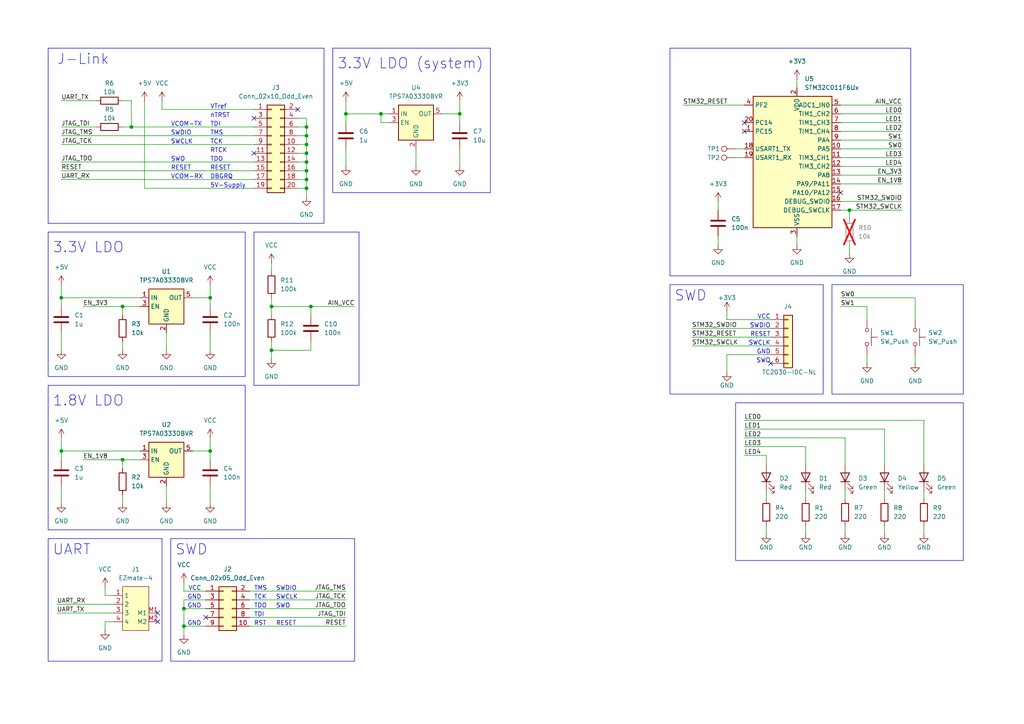
<source format=kicad_sch>
(kicad_sch (version 20231120) (generator "eeschema") (generator_version "8.0")
  (paper "A4")
  (lib_symbols
    (symbol "Connector:TestPoint" (pin_numbers hide) (pin_names (offset 0.762) hide)
      (property "Reference" "TP" (at 0 6.858 0))
      (property "Value" "TestPoint" (at 0 5.08 0))
      (symbol "TestPoint_0_1"
        (circle (center 0 3.302) (radius 0.762))
      )
      (symbol "TestPoint_1_1"
        (pin passive line (at 0 0 90) (length 2.54) (name "1") (number "1"))
      )
    )
    (symbol "Connector_Generic:Conn_01x06" (pin_names (offset 1.016) hide)
      (property "Reference" "J" (at 0 7.62 0))
      (property "Value" "Conn_01x06" (at 0 -10.16 0))
      (symbol "Conn_01x06_1_1"
        (rectangle (start -1.27 -7.493) (end 0 -7.747) (stroke (width 0.1524)))
        (rectangle (start -1.27 -4.953) (end 0 -5.207) (stroke (width 0.1524)))
        (rectangle (start -1.27 -2.413) (end 0 -2.667) (stroke (width 0.1524)))
        (rectangle (start -1.27 0.127) (end 0 -0.127) (stroke (width 0.1524)))
        (rectangle (start -1.27 2.667) (end 0 2.413) (stroke (width 0.1524)))
        (rectangle (start -1.27 5.207) (end 0 4.953) (stroke (width 0.1524)))
        (rectangle (start -1.27 6.35) (end 1.27 -8.89) (stroke (width 0.254)) (fill (type background)))
        (pin passive line (at -5.08 5.08 0) (length 3.81) (name "Pin_1") (number "1"))
        (pin passive line (at -5.08 2.54 0) (length 3.81) (name "Pin_2") (number "2"))
        (pin passive line (at -5.08 0 0) (length 3.81) (name "Pin_3") (number "3"))
        (pin passive line (at -5.08 -2.54 0) (length 3.81) (name "Pin_4") (number "4"))
        (pin passive line (at -5.08 -5.08 0) (length 3.81) (name "Pin_5") (number "5"))
        (pin passive line (at -5.08 -7.62 0) (length 3.81) (name "Pin_6") (number "6"))
      )
    )
    (symbol "Connector_Generic:Conn_02x05_Odd_Even" (pin_names (offset 1.016) hide)
      (property "Reference" "J" (at 1.27 7.62 0))
      (property "Value" "Conn_02x05_Odd_Even" (at 1.27 -7.62 0))
      (symbol "Conn_02x05_Odd_Even_1_1"
        (rectangle (start -1.27 -4.953) (end 0 -5.207) (stroke (width 0.1524)))
        (rectangle (start -1.27 -2.413) (end 0 -2.667) (stroke (width 0.1524)))
        (rectangle (start -1.27 0.127) (end 0 -0.127) (stroke (width 0.1524)))
        (rectangle (start -1.27 2.667) (end 0 2.413) (stroke (width 0.1524)))
        (rectangle (start -1.27 5.207) (end 0 4.953) (stroke (width 0.1524)))
        (rectangle (start -1.27 6.35) (end 3.81 -6.35) (stroke (width 0.254)) (fill (type background)))
        (rectangle (start 3.81 -4.953) (end 2.54 -5.207) (stroke (width 0.1524)))
        (rectangle (start 3.81 -2.413) (end 2.54 -2.667) (stroke (width 0.1524)))
        (rectangle (start 3.81 0.127) (end 2.54 -0.127) (stroke (width 0.1524)))
        (rectangle (start 3.81 2.667) (end 2.54 2.413) (stroke (width 0.1524)))
        (rectangle (start 3.81 5.207) (end 2.54 4.953) (stroke (width 0.1524)))
        (pin passive line (at -5.08 5.08 0) (length 3.81) (name "Pin_1") (number "1"))
        (pin passive line (at 7.62 -5.08 180) (length 3.81) (name "Pin_10") (number "10"))
        (pin passive line (at 7.62 5.08 180) (length 3.81) (name "Pin_2") (number "2"))
        (pin passive line (at -5.08 2.54 0) (length 3.81) (name "Pin_3") (number "3"))
        (pin passive line (at 7.62 2.54 180) (length 3.81) (name "Pin_4") (number "4"))
        (pin passive line (at -5.08 0 0) (length 3.81) (name "Pin_5") (number "5"))
        (pin passive line (at 7.62 0 180) (length 3.81) (name "Pin_6") (number "6"))
        (pin passive line (at -5.08 -2.54 0) (length 3.81) (name "Pin_7") (number "7"))
        (pin passive line (at 7.62 -2.54 180) (length 3.81) (name "Pin_8") (number "8"))
        (pin passive line (at -5.08 -5.08 0) (length 3.81) (name "Pin_9") (number "9"))
      )
    )
    (symbol "Connector_Generic:Conn_02x10_Odd_Even" (pin_names (offset 1.016) hide)
      (property "Reference" "J" (at 1.27 12.7 0))
      (property "Value" "Conn_02x10_Odd_Even" (at 1.27 -15.24 0))
      (symbol "Conn_02x10_Odd_Even_1_1"
        (rectangle (start -1.27 -12.573) (end 0 -12.827) (stroke (width 0.1524)))
        (rectangle (start -1.27 -10.033) (end 0 -10.287) (stroke (width 0.1524)))
        (rectangle (start -1.27 -7.493) (end 0 -7.747) (stroke (width 0.1524)))
        (rectangle (start -1.27 -4.953) (end 0 -5.207) (stroke (width 0.1524)))
        (rectangle (start -1.27 -2.413) (end 0 -2.667) (stroke (width 0.1524)))
        (rectangle (start -1.27 0.127) (end 0 -0.127) (stroke (width 0.1524)))
        (rectangle (start -1.27 2.667) (end 0 2.413) (stroke (width 0.1524)))
        (rectangle (start -1.27 5.207) (end 0 4.953) (stroke (width 0.1524)))
        (rectangle (start -1.27 7.747) (end 0 7.493) (stroke (width 0.1524)))
        (rectangle (start -1.27 10.287) (end 0 10.033) (stroke (width 0.1524)))
        (rectangle (start -1.27 11.43) (end 3.81 -13.97) (stroke (width 0.254)) (fill (type background)))
        (rectangle (start 3.81 -12.573) (end 2.54 -12.827) (stroke (width 0.1524)))
        (rectangle (start 3.81 -10.033) (end 2.54 -10.287) (stroke (width 0.1524)))
        (rectangle (start 3.81 -7.493) (end 2.54 -7.747) (stroke (width 0.1524)))
        (rectangle (start 3.81 -4.953) (end 2.54 -5.207) (stroke (width 0.1524)))
        (rectangle (start 3.81 -2.413) (end 2.54 -2.667) (stroke (width 0.1524)))
        (rectangle (start 3.81 0.127) (end 2.54 -0.127) (stroke (width 0.1524)))
        (rectangle (start 3.81 2.667) (end 2.54 2.413) (stroke (width 0.1524)))
        (rectangle (start 3.81 5.207) (end 2.54 4.953) (stroke (width 0.1524)))
        (rectangle (start 3.81 7.747) (end 2.54 7.493) (stroke (width 0.1524)))
        (rectangle (start 3.81 10.287) (end 2.54 10.033) (stroke (width 0.1524)))
        (pin passive line (at -5.08 10.16 0) (length 3.81) (name "Pin_1") (number "1"))
        (pin passive line (at 7.62 0 180) (length 3.81) (name "Pin_10") (number "10"))
        (pin passive line (at -5.08 -2.54 0) (length 3.81) (name "Pin_11") (number "11"))
        (pin passive line (at 7.62 -2.54 180) (length 3.81) (name "Pin_12") (number "12"))
        (pin passive line (at -5.08 -5.08 0) (length 3.81) (name "Pin_13") (number "13"))
        (pin passive line (at 7.62 -5.08 180) (length 3.81) (name "Pin_14") (number "14"))
        (pin passive line (at -5.08 -7.62 0) (length 3.81) (name "Pin_15") (number "15"))
        (pin passive line (at 7.62 -7.62 180) (length 3.81) (name "Pin_16") (number "16"))
        (pin passive line (at -5.08 -10.16 0) (length 3.81) (name "Pin_17") (number "17"))
        (pin passive line (at 7.62 -10.16 180) (length 3.81) (name "Pin_18") (number "18"))
        (pin passive line (at -5.08 -12.7 0) (length 3.81) (name "Pin_19") (number "19"))
        (pin passive line (at 7.62 10.16 180) (length 3.81) (name "Pin_2") (number "2"))
        (pin passive line (at 7.62 -12.7 180) (length 3.81) (name "Pin_20") (number "20"))
        (pin passive line (at -5.08 7.62 0) (length 3.81) (name "Pin_3") (number "3"))
        (pin passive line (at 7.62 7.62 180) (length 3.81) (name "Pin_4") (number "4"))
        (pin passive line (at -5.08 5.08 0) (length 3.81) (name "Pin_5") (number "5"))
        (pin passive line (at 7.62 5.08 180) (length 3.81) (name "Pin_6") (number "6"))
        (pin passive line (at -5.08 2.54 0) (length 3.81) (name "Pin_7") (number "7"))
        (pin passive line (at 7.62 2.54 180) (length 3.81) (name "Pin_8") (number "8"))
        (pin passive line (at -5.08 0 0) (length 3.81) (name "Pin_9") (number "9"))
      )
    )
    (symbol "Device:C" (pin_numbers hide) (pin_names (offset 0.254))
      (property "Reference" "C" (at 0.635 2.54 0))
      (property "Value" "C" (at 0.635 -2.54 0))
      (symbol "C_0_1"
        (polyline (pts (xy -2.032 -0.762) (xy 2.032 -0.762)) (stroke (width 0.508)))
        (polyline (pts (xy -2.032 0.762) (xy 2.032 0.762)) (stroke (width 0.508)))
      )
      (symbol "C_1_1"
        (pin passive line (at 0 3.81 270) (length 2.794) (name "~") (number "1"))
        (pin passive line (at 0 -3.81 90) (length 2.794) (name "~") (number "2"))
      )
    )
    (symbol "Device:LED" (pin_numbers hide) (pin_names (offset 1.016) hide)
      (property "Reference" "D" (at 0 2.54 0))
      (property "Value" "LED" (at 0 -2.54 0))
      (symbol "LED_0_1"
        (polyline (pts (xy -1.27 -1.27) (xy -1.27 1.27)) (stroke (width 0.254)))
        (polyline (pts (xy -1.27 0) (xy 1.27 0)))
        (polyline (pts (xy 1.27 -1.27) (xy 1.27 1.27) (xy -1.27 0) (xy 1.27 -1.27)) (stroke (width 0.254)))
        (polyline (pts (xy -3.048 -0.762) (xy -4.572 -2.286) (xy -3.81 -2.286) (xy -4.572 -2.286) (xy -4.572 -1.524)))
        (polyline (pts (xy -1.778 -0.762) (xy -3.302 -2.286) (xy -2.54 -2.286) (xy -3.302 -2.286) (xy -3.302 -1.524)))
      )
      (symbol "LED_1_1"
        (pin passive line (at -3.81 0 0) (length 2.54) (name "K") (number "1"))
        (pin passive line (at 3.81 0 180) (length 2.54) (name "A") (number "2"))
      )
    )
    (symbol "Device:R" (pin_numbers hide) (pin_names (offset 0))
      (property "Reference" "R" (at 2.032 0 90))
      (property "Value" "R" (at 0 0 90))
      (symbol "R_0_1"
        (rectangle (start -1.016 -2.54) (end 1.016 2.54) (stroke (width 0.254)))
      )
      (symbol "R_1_1"
        (pin passive line (at 0 3.81 270) (length 1.27) (name "~") (number "1"))
        (pin passive line (at 0 -3.81 90) (length 1.27) (name "~") (number "2"))
      )
    )
    (symbol "MCU_ST_STM32C0:STM32C011F6Ux"
      (property "Reference" "U" (at -10.16 21.59 0))
      (property "Value" "STM32C011F6Ux" (at 5.08 21.59 0))
      (symbol "STM32C011F6Ux_0_1"
        (rectangle (start -10.16 -17.78) (end 12.7 20.32) (stroke (width 0.254)) (fill (type background)))
      )
      (symbol "STM32C011F6Ux_1_1"
        (pin bidirectional line (at -12.7 10.16 0) (length 2.54) (name "PC15") (number "1"))
        (pin bidirectional line (at 15.24 5.08 180) (length 2.54) (name "PA5") (number "10"))
        (pin bidirectional line (at 15.24 2.54 180) (length 2.54) (name "PA6") (number "11") (alternate "TIM3_CH1" bidirectional line))
        (pin bidirectional line (at 15.24 0 180) (length 2.54) (name "PA7") (number "12") (alternate "TIM3_CH2" bidirectional line))
        (pin bidirectional line (at 15.24 -2.54 180) (length 2.54) (name "PA8") (number "13") (alternate "USART1_RX" bidirectional line))
        (pin bidirectional line (at 15.24 -5.08 180) (length 2.54) (name "PA9/PA11") (number "14") (alternate "TIM1_CH2" bidirectional line) (alternate "USART1_TX" bidirectional line))
        (pin bidirectional line (at 15.24 -7.62 180) (length 2.54) (name "PA10/PA12") (number "15") (alternate "TIM1_CH3" bidirectional line) (alternate "USART1_RX" bidirectional line))
        (pin bidirectional line (at 15.24 -10.16 180) (length 2.54) (name "PA13") (number "16") (alternate "DEBUG_SWDIO" bidirectional line))
        (pin bidirectional line (at 15.24 -12.7 180) (length 2.54) (name "PA14") (number "17") (alternate "DEBUG_SWCLK" bidirectional line))
        (pin bidirectional line (at -12.7 5.08 0) (length 2.54) (name "PB6") (number "18") (alternate "TIM1_CH2" bidirectional line) (alternate "TIM1_CH3" bidirectional line) (alternate "TIM3_CH1" bidirectional line) (alternate "TIM3_CH2" bidirectional line) (alternate "USART1_TX" bidirectional line))
        (pin bidirectional line (at -12.7 2.54 0) (length 2.54) (name "PB7") (number "19") (alternate "TIM1_CH4" bidirectional line) (alternate "TIM3_CH1" bidirectional line) (alternate "USART1_RX" bidirectional line))
        (pin power_in line (at 2.54 22.86 270) (length 2.54) (name "VDD") (number "2"))
        (pin bidirectional line (at -12.7 12.7 0) (length 2.54) (name "PC14") (number "20") (alternate "TIM3_CH2" bidirectional line) (alternate "USART1_TX" bidirectional line))
        (pin power_in line (at 2.54 -20.32 90) (length 2.54) (name "VSS") (number "3"))
        (pin bidirectional line (at -12.7 17.78 0) (length 2.54) (name "PF2") (number "4") (alternate "TIM1_CH4" bidirectional line))
        (pin bidirectional line (at 15.24 17.78 180) (length 2.54) (name "PA0") (number "5") (alternate "ADC1_IN0" bidirectional line) (alternate "USART1_TX" bidirectional line))
        (pin bidirectional line (at 15.24 15.24 180) (length 2.54) (name "PA1") (number "6") (alternate "TIM1_CH2" bidirectional line) (alternate "USART1_RX" bidirectional line))
        (pin bidirectional line (at 15.24 12.7 180) (length 2.54) (name "PA2") (number "7") (alternate "TIM1_CH3" bidirectional line))
        (pin bidirectional line (at 15.24 10.16 180) (length 2.54) (name "PA3") (number "8") (alternate "TIM1_CH4" bidirectional line))
        (pin bidirectional line (at 15.24 7.62 180) (length 2.54) (name "PA4") (number "9"))
      )
    )
    (symbol "Regulator_Linear:TPS7A0508PDBV"
      (property "Reference" "U" (at -3.81 6.35 0))
      (property "Value" "TPS7A0508PDBV" (at 6.35 6.35 0))
      (symbol "TPS7A0508PDBV_0_1"
        (rectangle (start -5.08 -5.08) (end 5.08 5.08) (stroke (width 0.254)) (fill (type background)))
        (pin power_in line (at -7.62 2.54 0) (length 2.54) (name "IN") (number "1"))
        (pin power_in line (at 0 -7.62 90) (length 2.54) (name "GND") (number "2"))
        (pin input line (at -7.62 0 0) (length 2.54) (name "EN") (number "3"))
        (pin no_connect line (at 5.08 0 180) (length 2.54) hide (name "NC") (number "4"))
        (pin power_out line (at 7.62 2.54 180) (length 2.54) (name "OUT") (number "5"))
      )
    )
    (symbol "Switch:SW_Push" (pin_numbers hide) (pin_names (offset 1.016) hide)
      (property "Reference" "SW" (at 1.27 2.54 0))
      (property "Value" "SW_Push" (at 0 -1.524 0))
      (symbol "SW_Push_0_1"
        (circle (center -2.032 0) (radius 0.508))
        (polyline (pts (xy 0 1.27) (xy 0 3.048)))
        (polyline (pts (xy 2.54 1.27) (xy -2.54 1.27)))
        (circle (center 2.032 0) (radius 0.508))
        (pin passive line (at -5.08 0 0) (length 2.54) (name "1") (number "1"))
        (pin passive line (at 5.08 0 180) (length 2.54) (name "2") (number "2"))
      )
    )
    (symbol "balto:EZmate-4"
      (property "Reference" "J" (at 0 7.62 0))
      (property "Value" "EZmate-4" (at 0 -7.62 0))
      (symbol "EZmate-4_0_1"
        (rectangle (start -3.81 6.35) (end 3.81 -6.35) (fill (type background)))
      )
      (symbol "EZmate-4_1_1"
        (pin passive line (at -6.35 3.81 0) (length 2.54) (name "1") (number "1"))
        (pin passive line (at -6.35 1.27 0) (length 2.54) (name "2") (number "2"))
        (pin passive line (at -6.35 -1.27 0) (length 2.54) (name "3") (number "3"))
        (pin passive line (at -6.35 -3.81 0) (length 2.54) (name "4") (number "4"))
        (pin passive line (at 6.35 -1.27 180) (length 2.54) (name "M1") (number "M1"))
        (pin passive line (at 6.35 -3.81 180) (length 2.54) (name "M2") (number "M2"))
      )
    )
    (symbol "power:+3V3" (power) (pin_numbers hide) (pin_names (offset 0) hide)
      (property "Value" "+3V3" (at 0 3.556 0))
      (symbol "+3V3_0_1"
        (polyline (pts (xy -0.762 1.27) (xy 0 2.54)))
        (polyline (pts (xy 0 0) (xy 0 2.54)))
        (polyline (pts (xy 0 2.54) (xy 0.762 1.27)))
      )
      (symbol "+3V3_1_1"
        (pin power_in line (at 0 0 90) (length 0) (name "~") (number "1"))
      )
    )
    (symbol "power:+5V" (power) (pin_numbers hide) (pin_names (offset 0) hide)
      (property "Value" "+5V" (at 0 3.556 0))
      (symbol "+5V_0_1"
        (polyline (pts (xy -0.762 1.27) (xy 0 2.54)))
        (polyline (pts (xy 0 0) (xy 0 2.54)))
        (polyline (pts (xy 0 2.54) (xy 0.762 1.27)))
      )
      (symbol "+5V_1_1"
        (pin power_in line (at 0 0 90) (length 0) (name "~") (number "1"))
      )
    )
    (symbol "power:GND" (power) (pin_numbers hide) (pin_names (offset 0) hide)
      (property "Value" "GND" (at 0 -3.81 0))
      (symbol "GND_0_1"
        (polyline (pts (xy 0 0) (xy 0 -1.27) (xy 1.27 -1.27) (xy 0 -2.54) (xy -1.27 -1.27) (xy 0 -1.27)))
      )
      (symbol "GND_1_1"
        (pin power_in line (at 0 0 270) (length 0) (name "~") (number "1"))
      )
    )
    (symbol "power:VCC" (power) (pin_numbers hide) (pin_names (offset 0) hide)
      (property "Value" "VCC" (at 0 3.556 0))
      (symbol "VCC_0_1"
        (polyline (pts (xy -0.762 1.27) (xy 0 2.54)))
        (polyline (pts (xy 0 0) (xy 0 2.54)))
        (polyline (pts (xy 0 2.54) (xy 0.762 1.27)))
      )
      (symbol "VCC_1_1"
        (pin power_in line (at 0 0 90) (length 0) (name "~") (number "1"))
      )
    )
  )
  (junction (at 53.34 176.53))
  (junction (at 38.1 36.83))
  (junction (at 88.9 44.45))
  (junction (at 88.9 36.83))
  (junction (at 17.78 86.36))
  (junction (at 100.33 33.02))
  (junction (at 88.9 39.37))
  (junction (at 35.56 88.9))
  (junction (at 88.9 52.07))
  (junction (at 60.96 130.81))
  (junction (at 90.17 88.9))
  (junction (at 53.34 181.61))
  (junction (at 246.38 60.96))
  (junction (at 88.9 49.53))
  (junction (at 88.9 41.91))
  (junction (at 78.74 101.6))
  (junction (at 88.9 54.61))
  (junction (at 35.56 133.35))
  (junction (at 133.35 33.02))
  (junction (at 78.74 88.9))
  (junction (at 17.78 130.81))
  (junction (at 88.9 46.99))
  (junction (at 60.96 86.36))
  (junction (at 110.49 33.02))
  (no_connect (at 215.9 38.1))
  (no_connect (at 215.9 35.56))
  (no_connect (at 45.72 180.34))
  (no_connect (at 223.52 105.41))
  (no_connect (at 59.69 179.07))
  (no_connect (at 73.66 44.45))
  (no_connect (at 86.36 31.75))
  (no_connect (at 243.84 55.88))
  (no_connect (at 45.72 177.8))
  (no_connect (at 73.66 34.29))
  (wire (pts (xy 53.34 173.99) (xy 53.34 176.53)))
  (wire (pts (xy 233.68 142.24) (xy 233.68 144.78)))
  (wire (pts (xy 60.96 96.52) (xy 60.96 101.6)))
  (wire (pts (xy 222.25 132.08) (xy 222.25 134.62)))
  (wire (pts (xy 35.56 88.9) (xy 35.56 91.44)))
  (wire (pts (xy 88.9 34.29) (xy 88.9 36.83)))
  (wire (pts (xy 222.25 142.24) (xy 222.25 144.78)))
  (wire (pts (xy 86.36 39.37) (xy 88.9 39.37)))
  (wire (pts (xy 265.43 86.36) (xy 265.43 92.71)))
  (wire (pts (xy 243.84 53.34) (xy 261.62 53.34)))
  (wire (pts (xy 110.49 33.02) (xy 110.49 35.56)))
  (wire (pts (xy 59.69 173.99) (xy 53.34 173.99)))
  (wire (pts (xy 245.11 142.24) (xy 245.11 144.78)))
  (wire (pts (xy 17.78 39.37) (xy 73.66 39.37)))
  (wire (pts (xy 265.43 102.87) (xy 265.43 105.41)))
  (wire (pts (xy 17.78 86.36) (xy 17.78 82.55)))
  (wire (pts (xy 256.54 152.4) (xy 256.54 154.94)))
  (wire (pts (xy 215.9 124.46) (xy 256.54 124.46)))
  (wire (pts (xy 78.74 99.06) (xy 78.74 101.6)))
  (wire (pts (xy 86.36 36.83) (xy 88.9 36.83)))
  (wire (pts (xy 267.97 152.4) (xy 267.97 154.94)))
  (wire (pts (xy 100.33 33.02) (xy 110.49 33.02)))
  (wire (pts (xy 60.96 140.97) (xy 60.96 146.05)))
  (wire (pts (xy 233.68 152.4) (xy 233.68 154.94)))
  (wire (pts (xy 243.84 60.96) (xy 246.38 60.96)))
  (wire (pts (xy 88.9 41.91) (xy 88.9 44.45)))
  (wire (pts (xy 100.33 33.02) (xy 100.33 35.56)))
  (wire (pts (xy 251.46 88.9) (xy 251.46 92.71)))
  (wire (pts (xy 213.36 45.72) (xy 215.9 45.72)))
  (wire (pts (xy 46.99 29.21) (xy 46.99 31.75)))
  (wire (pts (xy 213.36 43.18) (xy 215.9 43.18)))
  (wire (pts (xy 90.17 88.9) (xy 90.17 91.44)))
  (wire (pts (xy 72.39 181.61) (xy 100.33 181.61)))
  (wire (pts (xy 100.33 43.18) (xy 100.33 48.26)))
  (wire (pts (xy 53.34 176.53) (xy 59.69 176.53)))
  (wire (pts (xy 200.66 95.25) (xy 223.52 95.25)))
  (wire (pts (xy 17.78 29.21) (xy 27.94 29.21)))
  (wire (pts (xy 267.97 142.24) (xy 267.97 144.78)))
  (wire (pts (xy 48.26 140.97) (xy 48.26 146.05)))
  (wire (pts (xy 100.33 173.99) (xy 72.39 173.99)))
  (wire (pts (xy 100.33 171.45) (xy 72.39 171.45)))
  (wire (pts (xy 48.26 96.52) (xy 48.26 101.6)))
  (wire (pts (xy 35.56 36.83) (xy 38.1 36.83)))
  (wire (pts (xy 38.1 36.83) (xy 73.66 36.83)))
  (wire (pts (xy 243.84 40.64) (xy 261.62 40.64)))
  (wire (pts (xy 128.27 33.02) (xy 133.35 33.02)))
  (wire (pts (xy 215.9 127) (xy 245.11 127)))
  (wire (pts (xy 35.56 29.21) (xy 38.1 29.21)))
  (wire (pts (xy 246.38 71.12) (xy 246.38 73.66)))
  (wire (pts (xy 17.78 130.81) (xy 40.64 130.81)))
  (wire (pts (xy 120.65 43.18) (xy 120.65 48.26)))
  (wire (pts (xy 231.14 22.86) (xy 231.14 25.4)))
  (wire (pts (xy 133.35 29.21) (xy 133.35 33.02)))
  (wire (pts (xy 215.9 121.92) (xy 267.97 121.92)))
  (wire (pts (xy 35.56 133.35) (xy 40.64 133.35)))
  (wire (pts (xy 86.36 49.53) (xy 88.9 49.53)))
  (wire (pts (xy 35.56 133.35) (xy 35.56 135.89)))
  (wire (pts (xy 243.84 30.48) (xy 261.62 30.48)))
  (wire (pts (xy 41.91 29.21) (xy 41.91 54.61)))
  (wire (pts (xy 17.78 86.36) (xy 17.78 88.9)))
  (wire (pts (xy 223.52 92.71) (xy 210.82 92.71)))
  (wire (pts (xy 133.35 43.18) (xy 133.35 48.26)))
  (wire (pts (xy 78.74 88.9) (xy 90.17 88.9)))
  (wire (pts (xy 246.38 60.96) (xy 246.38 63.5)))
  (wire (pts (xy 17.78 41.91) (xy 73.66 41.91)))
  (wire (pts (xy 60.96 127) (xy 60.96 130.81)))
  (wire (pts (xy 110.49 35.56) (xy 113.03 35.56)))
  (wire (pts (xy 17.78 140.97) (xy 17.78 146.05)))
  (wire (pts (xy 243.84 50.8) (xy 261.62 50.8)))
  (wire (pts (xy 78.74 101.6) (xy 90.17 101.6)))
  (wire (pts (xy 17.78 130.81) (xy 17.78 127)))
  (wire (pts (xy 88.9 49.53) (xy 88.9 52.07)))
  (wire (pts (xy 55.88 86.36) (xy 60.96 86.36)))
  (wire (pts (xy 46.99 31.75) (xy 73.66 31.75)))
  (wire (pts (xy 88.9 34.29) (xy 86.36 34.29)))
  (wire (pts (xy 86.36 46.99) (xy 88.9 46.99)))
  (wire (pts (xy 24.13 88.9) (xy 35.56 88.9)))
  (wire (pts (xy 17.78 96.52) (xy 17.78 101.6)))
  (wire (pts (xy 88.9 39.37) (xy 88.9 41.91)))
  (wire (pts (xy 243.84 35.56) (xy 261.62 35.56)))
  (wire (pts (xy 200.66 97.79) (xy 223.52 97.79)))
  (wire (pts (xy 208.28 58.42) (xy 208.28 60.96)))
  (wire (pts (xy 78.74 88.9) (xy 78.74 91.44)))
  (wire (pts (xy 215.9 132.08) (xy 222.25 132.08)))
  (wire (pts (xy 210.82 92.71) (xy 210.82 90.17)))
  (wire (pts (xy 90.17 88.9) (xy 102.87 88.9)))
  (wire (pts (xy 59.69 181.61) (xy 53.34 181.61)))
  (wire (pts (xy 198.12 30.48) (xy 215.9 30.48)))
  (wire (pts (xy 267.97 121.92) (xy 267.97 134.62)))
  (wire (pts (xy 208.28 68.58) (xy 208.28 71.12)))
  (wire (pts (xy 88.9 54.61) (xy 88.9 57.15)))
  (wire (pts (xy 55.88 130.81) (xy 60.96 130.81)))
  (wire (pts (xy 90.17 101.6) (xy 90.17 99.06)))
  (wire (pts (xy 24.13 133.35) (xy 35.56 133.35)))
  (wire (pts (xy 233.68 129.54) (xy 233.68 134.62)))
  (wire (pts (xy 86.36 54.61) (xy 88.9 54.61)))
  (wire (pts (xy 60.96 86.36) (xy 60.96 88.9)))
  (wire (pts (xy 88.9 44.45) (xy 88.9 46.99)))
  (wire (pts (xy 243.84 86.36) (xy 265.43 86.36)))
  (wire (pts (xy 72.39 179.07) (xy 100.33 179.07)))
  (wire (pts (xy 60.96 82.55) (xy 60.96 86.36)))
  (wire (pts (xy 256.54 124.46) (xy 256.54 134.62)))
  (wire (pts (xy 35.56 143.51) (xy 35.56 146.05)))
  (wire (pts (xy 60.96 130.81) (xy 60.96 133.35)))
  (wire (pts (xy 59.69 171.45) (xy 53.34 171.45)))
  (wire (pts (xy 78.74 86.36) (xy 78.74 88.9)))
  (wire (pts (xy 30.48 172.72) (xy 30.48 170.18)))
  (wire (pts (xy 100.33 33.02) (xy 100.33 29.21)))
  (wire (pts (xy 246.38 60.96) (xy 261.62 60.96)))
  (wire (pts (xy 200.66 100.33) (xy 223.52 100.33)))
  (wire (pts (xy 243.84 38.1) (xy 261.62 38.1)))
  (wire (pts (xy 33.02 172.72) (xy 30.48 172.72)))
  (wire (pts (xy 88.9 46.99) (xy 88.9 49.53)))
  (wire (pts (xy 17.78 130.81) (xy 17.78 133.35)))
  (wire (pts (xy 86.36 41.91) (xy 88.9 41.91)))
  (wire (pts (xy 16.51 177.8) (xy 33.02 177.8)))
  (wire (pts (xy 245.11 152.4) (xy 245.11 154.94)))
  (wire (pts (xy 17.78 49.53) (xy 73.66 49.53)))
  (wire (pts (xy 251.46 102.87) (xy 251.46 105.41)))
  (wire (pts (xy 243.84 45.72) (xy 261.62 45.72)))
  (wire (pts (xy 30.48 182.88) (xy 30.48 180.34)))
  (wire (pts (xy 86.36 52.07) (xy 88.9 52.07)))
  (wire (pts (xy 78.74 101.6) (xy 78.74 104.14)))
  (wire (pts (xy 17.78 36.83) (xy 27.94 36.83)))
  (wire (pts (xy 256.54 142.24) (xy 256.54 144.78)))
  (wire (pts (xy 38.1 29.21) (xy 38.1 36.83)))
  (wire (pts (xy 17.78 46.99) (xy 73.66 46.99)))
  (wire (pts (xy 243.84 58.42) (xy 261.62 58.42)))
  (wire (pts (xy 110.49 33.02) (xy 113.03 33.02)))
  (wire (pts (xy 223.52 102.87) (xy 210.82 102.87)))
  (wire (pts (xy 53.34 181.61) (xy 53.34 184.15)))
  (wire (pts (xy 41.91 54.61) (xy 73.66 54.61)))
  (wire (pts (xy 243.84 43.18) (xy 261.62 43.18)))
  (wire (pts (xy 53.34 176.53) (xy 53.34 181.61)))
  (wire (pts (xy 243.84 88.9) (xy 251.46 88.9)))
  (wire (pts (xy 30.48 180.34) (xy 33.02 180.34)))
  (wire (pts (xy 133.35 33.02) (xy 133.35 35.56)))
  (wire (pts (xy 72.39 176.53) (xy 100.33 176.53)))
  (wire (pts (xy 231.14 71.12) (xy 231.14 68.58)))
  (wire (pts (xy 88.9 52.07) (xy 88.9 54.61)))
  (wire (pts (xy 222.25 152.4) (xy 222.25 154.94)))
  (wire (pts (xy 210.82 102.87) (xy 210.82 107.95)))
  (wire (pts (xy 17.78 52.07) (xy 73.66 52.07)))
  (wire (pts (xy 215.9 129.54) (xy 233.68 129.54)))
  (wire (pts (xy 78.74 76.2) (xy 78.74 78.74)))
  (wire (pts (xy 53.34 171.45) (xy 53.34 168.91)))
  (wire (pts (xy 88.9 36.83) (xy 88.9 39.37)))
  (wire (pts (xy 35.56 88.9) (xy 40.64 88.9)))
  (wire (pts (xy 243.84 33.02) (xy 261.62 33.02)))
  (wire (pts (xy 17.78 86.36) (xy 40.64 86.36)))
  (wire (pts (xy 86.36 44.45) (xy 88.9 44.45)))
  (wire (pts (xy 16.51 175.26) (xy 33.02 175.26)))
  (wire (pts (xy 243.84 48.26) (xy 261.62 48.26)))
  (wire (pts (xy 35.56 99.06) (xy 35.56 101.6)))
  (wire (pts (xy 245.11 127) (xy 245.11 134.62)))
  (rectangle (start 13.97 111.76) (end 71.12 153.67))
  (rectangle (start 73.66 67.31) (end 104.14 111.76))
  (rectangle (start 96.52 13.97) (end 142.24 55.88))
  (rectangle (start 49.53 156.21) (end 102.87 191.77))
  (rectangle (start 13.97 156.21) (end 46.99 191.77))
  (rectangle (start 13.97 13.97) (end 93.98 64.77))
  (rectangle (start 194.31 13.97) (end 264.16 80.01))
  (rectangle (start 241.3 82.55) (end 279.4 114.3))
  (rectangle (start 213.36 116.84) (end 279.4 162.56))
  (rectangle (start 13.97 67.31) (end 71.12 109.22))
  (rectangle (start 194.31 82.55) (end 238.76 114.3))
  (text "SWDIO" (at 223.52 95.25 0) (effects (font (size 1.27 1.27)) (justify right bottom)))
  (text "TDO" (at 60.96 46.99 0) (effects (font (size 1.27 1.27)) (justify left bottom)))
  (text "VCC" (at 58.42 171.45 0) (effects (font (size 1.27 1.27)) (justify right bottom)))
  (text "RESET" (at 60.96 49.53 0) (effects (font (size 1.27 1.27)) (justify left bottom)))
  (text "VCOM-RX" (at 49.53 52.07 0) (effects (font (size 1.27 1.27)) (justify left bottom)))
  (text "GND" (at 223.52 102.87 0) (effects (font (size 1.27 1.27)) (justify right bottom)))
  (text "TDO" (at 73.66 176.53 0) (effects (font (size 1.27 1.27)) (justify left bottom)))
  (text "SWD" (at 50.8 161.29 0) (effects (font (size 3 3)) (justify left bottom)))
  (text "RESET" (at 80.01 181.61 0) (effects (font (size 1.27 1.27)) (justify left bottom)))
  (text "SWO" (at 223.52 105.41 0) (effects (font (size 1.27 1.27)) (justify right bottom)))
  (text "TCK" (at 73.66 173.99 0) (effects (font (size 1.27 1.27)) (justify left bottom)))
  (text "RTCK" (at 60.96 44.45 0) (effects (font (size 1.27 1.27)) (justify left bottom)))
  (text "5V-Supply" (at 60.96 54.61 0) (effects (font (size 1.27 1.27)) (justify left bottom)))
  (text "RST" (at 73.66 181.61 0) (effects (font (size 1.27 1.27)) (justify left bottom)))
  (text "SWCLK" (at 80.01 173.99 0) (effects (font (size 1.27 1.27)) (justify left bottom)))
  (text "RESET" (at 49.53 49.53 0) (effects (font (size 1.27 1.27)) (justify left bottom)))
  (text "DBGRQ" (at 60.96 52.07 0) (effects (font (size 1.27 1.27)) (justify left bottom)))
  (text "RESET" (at 223.52 97.79 0) (effects (font (size 1.27 1.27)) (justify right bottom)))
  (text "TDI" (at 73.66 179.07 0) (effects (font (size 1.27 1.27)) (justify left bottom)))
  (text "SWDIO" (at 80.01 171.45 0) (effects (font (size 1.27 1.27)) (justify left bottom)))
  (text "UART" (at 15.24 161.29 0) (effects (font (size 3 3)) (justify left bottom)))
  (text "SWD" (at 195.58 87.63 0) (effects (font (size 3 3)) (justify left bottom)))
  (text "SWO" (at 49.53 46.99 0) (effects (font (size 1.27 1.27)) (justify left bottom)))
  (text "J-Link" (at 16.51 19.05 0) (effects (font (size 3 3)) (justify left bottom)))
  (text "TMS" (at 73.66 171.45 0) (effects (font (size 1.27 1.27)) (justify left bottom)))
  (text "SWDIO" (at 49.53 39.37 0) (effects (font (size 1.27 1.27)) (justify left bottom)))
  (text "GND" (at 58.42 173.99 0) (effects (font (size 1.27 1.27)) (justify right bottom)))
  (text "nTRST" (at 60.96 34.29 0) (effects (font (size 1.27 1.27)) (justify left bottom)))
  (text "TMS" (at 60.96 39.37 0) (effects (font (size 1.27 1.27)) (justify left bottom)))
  (text "GND" (at 58.42 176.53 0) (effects (font (size 1.27 1.27)) (justify right bottom)))
  (text "VTref" (at 60.96 31.75 0) (effects (font (size 1.27 1.27)) (justify left bottom)))
  (text "SWCLK" (at 223.52 100.33 0) (effects (font (size 1.27 1.27)) (justify right bottom)))
  (text "TDI" (at 60.96 36.83 0) (effects (font (size 1.27 1.27)) (justify left bottom)))
  (text "SWO" (at 80.01 176.53 0) (effects (font (size 1.27 1.27)) (justify left bottom)))
  (text "SWCLK" (at 49.53 41.91 0) (effects (font (size 1.27 1.27)) (justify left bottom)))
  (text "3.3V LDO" (at 15.24 73.66 0) (effects (font (size 3 3)) (justify left bottom)))
  (text "3.3V LDO (system)" (at 97.79 20.32 0) (effects (font (size 3 3)) (justify left bottom)))
  (text "VCOM-TX" (at 49.53 36.83 0) (effects (font (size 1.27 1.27)) (justify left bottom)))
  (text "GND" (at 58.42 181.61 0) (effects (font (size 1.27 1.27)) (justify right bottom)))
  (text "TCK" (at 60.96 41.91 0) (effects (font (size 1.27 1.27)) (justify left bottom)))
  (text "VCC" (at 223.52 92.71 0) (effects (font (size 1.27 1.27)) (justify right bottom)))
  (text "1.8V LDO" (at 15.24 118.11 0) (effects (font (size 3 3)) (justify left bottom)))
  (label "AIN_VCC" (at 102.87 88.9 180))
  (label "LED4" (at 261.62 48.26 180))
  (label "SW1" (at 261.62 40.64 180))
  (label "JTAG_TDI" (at 100.33 179.07 180))
  (label "SW1" (at 243.84 88.9 0))
  (label "STM32_RESET" (at 200.66 97.79 0))
  (label "EN_3V3" (at 261.62 50.8 180))
  (label "JTAG_TMS" (at 17.78 39.37 0))
  (label "SW0" (at 261.62 43.18 180))
  (label "UART_TX" (at 17.78 29.21 0))
  (label "JTAG_TDO" (at 100.33 176.53 180))
  (label "JTAG_TCK" (at 17.78 41.91 0))
  (label "JTAG_TCK" (at 100.33 173.99 180))
  (label "STM32_SWDIO" (at 200.66 95.25 0))
  (label "LED2" (at 215.9 127 0))
  (label "LED3" (at 215.9 129.54 0))
  (label "LED0" (at 215.9 121.92 0))
  (label "LED3" (at 261.62 45.72 180))
  (label "LED2" (at 261.62 38.1 180))
  (label "AIN_VCC" (at 261.62 30.48 180))
  (label "STM32_SWDIO" (at 261.62 58.42 180))
  (label "LED1" (at 215.9 124.46 0))
  (label "LED0" (at 261.62 33.02 180))
  (label "RESET" (at 100.33 181.61 180))
  (label "JTAG_TDI" (at 17.78 36.83 0))
  (label "JTAG_TMS" (at 100.33 171.45 180))
  (label "UART_RX" (at 17.78 52.07 0))
  (label "LED1" (at 261.62 35.56 180))
  (label "STM32_SWCLK" (at 261.62 60.96 180))
  (label "EN_1V8" (at 24.13 133.35 0))
  (label "UART_TX" (at 16.51 177.8 0))
  (label "SW0" (at 243.84 86.36 0))
  (label "EN_1V8" (at 261.62 53.34 180))
  (label "STM32_SWCLK" (at 200.66 100.33 0))
  (label "LED4" (at 215.9 132.08 0))
  (label "STM32_RESET" (at 198.12 30.48 0))
  (label "UART_RX" (at 16.51 175.26 0))
  (label "EN_3V3" (at 24.13 88.9 0))
  (label "JTAG_TDO" (at 17.78 46.99 0))
  (label "RESET" (at 17.78 49.53 0))
  (symbol (lib_id "power:GND") (at 48.26 101.6 0) (unit 1)
    (property "Reference" "#PWR07" (effects (hide yes)))
    (property "Value" "GND" (at 48.26 106.68 0))
    (property "Description" "Power symbol creates a global label with name \"GND\" , ground" (effects (hide yes)))
  )
  (symbol (lib_id "Regulator_Linear:TPS7A0508PDBV") (at 48.26 88.9 0) (unit 1)
    (property "Reference" "U1" (at 48.26 78.74 0))
    (property "Value" "TPS7A0333DBVR" (at 48.26 81.28 0))
    (property "Footprint" "Package_TO_SOT_SMD:SOT-23-5" (effects (hide yes)))
    (property "Datasheet" "https://www.ti.com/lit/ds/symlink/tps7a05.pdf" (effects (hide yes)))
    (property "Description" "200-mA Ultra-Low-Iq LDO, 0.8V, SOT-23-5" (effects (hide yes)))
  )
  (symbol (lib_id "power:+3V3") (at 208.28 58.42 0) (unit 1)
    (property "Reference" "#PWR015" (effects (hide yes)))
    (property "Value" "+3V3" (at 208.28 53.34 0))
    (property "Description" "Power symbol creates a global label with name \"+3V3\"" (effects (hide yes)))
  )
  (symbol (lib_id "Device:LED") (at 222.25 138.43 90) (unit 1)
    (property "Reference" "D2" (at 226.06 138.7474 90) (effects (justify right)))
    (property "Value" "Red" (at 226.06 141.2874 90) (effects (justify right)))
    (property "Footprint" "balto:LED_AA3528" (effects (hide yes)))
    (property "Description" "Light emitting diode" (effects (hide yes)))
  )
  (symbol (lib_id "power:GND") (at 133.35 48.26 0) (unit 1)
    (property "Reference" "#PWR034" (effects (hide yes)))
    (property "Value" "GND" (at 133.35 53.34 0))
    (property "Description" "Power symbol creates a global label with name \"GND\" , ground" (effects (hide yes)))
  )
  (symbol (lib_id "power:GND") (at 210.82 107.95 0) (unit 1)
    (property "Reference" "#PWR040" (effects (hide yes)))
    (property "Value" "GND" (at 210.82 111.76 0))
    (property "Description" "Power symbol creates a global label with name \"GND\" , ground" (effects (hide yes)))
  )
  (symbol (lib_id "Connector_Generic:Conn_02x10_Odd_Even") (at 78.74 41.91 0) (unit 1)
    (property "Reference" "J3" (at 80.01 25.4 0))
    (property "Value" "Conn_02x10_Odd_Even" (at 80.01 27.94 0))
    (property "Footprint" "Connector_PinSocket_2.54mm:PinSocket_2x10_P2.54mm_Vertical_SMD" (effects (hide yes)))
    (property "Description" "Generic connector, double row, 02x10, odd/even pin numbering scheme (row 1 odd numbers, row 2 even numbers), script generated (kicad-library-utils/schlib/autogen/connector/)" (effects (hide yes)))
  )
  (symbol (lib_id "power:GND") (at 60.96 146.05 0) (unit 1)
    (property "Reference" "#PWR014" (effects (hide yes)))
    (property "Value" "GND" (at 60.96 151.13 0))
    (property "Description" "Power symbol creates a global label with name \"GND\" , ground" (effects (hide yes)))
  )
  (symbol (lib_id "power:GND") (at 53.34 184.15 0) (unit 1)
    (property "Reference" "#PWR04" (effects (hide yes)))
    (property "Value" "GND" (at 53.34 189.23 0))
    (property "Description" "Power symbol creates a global label with name \"GND\" , ground" (effects (hide yes)))
  )
  (symbol (lib_id "power:GND") (at 222.25 154.94 0) (unit 1)
    (property "Reference" "#PWR024" (effects (hide yes)))
    (property "Value" "GND" (at 222.25 158.75 0))
    (property "Description" "Power symbol creates a global label with name \"GND\" , ground" (effects (hide yes)))
  )
  (symbol (lib_id "Device:R") (at 78.74 82.55 0) (unit 1)
    (property "Reference" "R11" (at 81.28 81.2799 0) (effects (justify left)))
    (property "Value" "100k" (at 81.28 83.8199 0) (effects (justify left)))
    (property "Footprint" "balto:R_0402_Worthington" (effects (hide yes)))
    (property "Description" "Resistor" (effects (hide yes)))
  )
  (symbol (lib_id "Device:R") (at 233.68 148.59 0) (unit 1)
    (property "Reference" "R1" (at 236.22 147.3199 0) (effects (justify left)))
    (property "Value" "220" (at 236.22 149.8599 0) (effects (justify left)))
    (property "Footprint" "balto:R_0402_Worthington" (effects (hide yes)))
    (property "Description" "Resistor" (effects (hide yes)))
  )
  (symbol (lib_id "power:+3V3") (at 133.35 29.21 0) (unit 1)
    (property "Reference" "#PWR033" (effects (hide yes)))
    (property "Value" "+3V3" (at 133.35 24.13 0))
    (property "Description" "Power symbol creates a global label with name \"+3V3\"" (effects (hide yes)))
  )
  (symbol (lib_id "Device:C") (at 90.17 95.25 0) (unit 1)
    (property "Reference" "C10" (at 93.98 93.9799 0) (effects (justify left)))
    (property "Value" "100n" (at 93.98 96.5199 0) (effects (justify left)))
    (property "Footprint" "balto:C_0402_Worthington" (effects (hide yes)))
    (property "Description" "Unpolarized capacitor" (effects (hide yes)))
  )
  (symbol (lib_id "Device:C") (at 17.78 92.71 0) (unit 1)
    (property "Reference" "C1" (at 21.59 91.44 0) (effects (justify left)))
    (property "Value" "1u" (at 21.59 93.98 0) (effects (justify left)))
    (property "Footprint" "balto:C_0402_Worthington" (effects (hide yes)))
    (property "Description" "Unpolarized capacitor" (effects (hide yes)))
  )
  (symbol (lib_id "power:GND") (at 17.78 146.05 0) (unit 1)
    (property "Reference" "#PWR011" (effects (hide yes)))
    (property "Value" "GND" (at 17.78 151.13 0))
    (property "Description" "Power symbol creates a global label with name \"GND\" , ground" (effects (hide yes)))
  )
  (symbol (lib_id "Device:R") (at 78.74 95.25 0) (unit 1)
    (property "Reference" "R12" (at 81.28 93.9799 0) (effects (justify left)))
    (property "Value" "100k" (at 81.28 96.5199 0) (effects (justify left)))
    (property "Footprint" "balto:R_0402_Worthington" (effects (hide yes)))
    (property "Description" "Resistor" (effects (hide yes)))
  )
  (symbol (lib_id "power:GND") (at 256.54 154.94 0) (unit 1)
    (property "Reference" "#PWR025" (effects (hide yes)))
    (property "Value" "GND" (at 256.54 158.75 0))
    (property "Description" "Power symbol creates a global label with name \"GND\" , ground" (effects (hide yes)))
  )
  (symbol (lib_id "balto:EZmate-4") (at 39.37 176.53 0) (unit 1)
    (property "Reference" "J1" (at 39.37 165.1 0))
    (property "Value" "EZmate-4" (at 39.37 167.64 0))
    (property "Footprint" "balto:EZmate-4" (effects (hide yes)))
  )
  (symbol (lib_id "power:GND") (at 251.46 105.41 0) (unit 1)
    (property "Reference" "#PWR026" (effects (hide yes)))
    (property "Value" "GND" (at 251.46 110.49 0))
    (property "Description" "Power symbol creates a global label with name \"GND\" , ground" (effects (hide yes)))
  )
  (symbol (lib_id "power:GND") (at 120.65 48.26 0) (unit 1)
    (property "Reference" "#PWR032" (effects (hide yes)))
    (property "Value" "GND" (at 120.65 53.34 0))
    (property "Description" "Power symbol creates a global label with name \"GND\" , ground" (effects (hide yes)))
  )
  (symbol (lib_id "power:GND") (at 48.26 146.05 0) (unit 1)
    (property "Reference" "#PWR012" (effects (hide yes)))
    (property "Value" "GND" (at 48.26 151.13 0))
    (property "Description" "Power symbol creates a global label with name \"GND\" , ground" (effects (hide yes)))
  )
  (symbol (lib_id "power:+5V") (at 17.78 82.55 0) (unit 1)
    (property "Reference" "#PWR010" (effects (hide yes)))
    (property "Value" "+5V" (at 17.78 77.47 0))
    (property "Description" "Power symbol creates a global label with name \"+5V\"" (effects (hide yes)))
  )
  (symbol (lib_id "power:VCC") (at 30.48 170.18 0) (unit 1)
    (property "Reference" "#PWR01" (effects (hide yes)))
    (property "Value" "VCC" (at 30.48 165.1 0))
    (property "Description" "Power symbol creates a global label with name \"VCC\"" (effects (hide yes)))
  )
  (symbol (lib_id "Connector:TestPoint") (at 213.36 45.72 90) (unit 1)
    (property "Reference" "TP2" (at 207.01 45.72 90))
    (property "Value" "TestPoint" (effects (hide yes)))
    (property "Footprint" "TestPoint:TestPoint_Pad_D1.0mm" (effects (hide yes)))
    (property "Description" "test point" (effects (hide yes)))
  )
  (symbol (lib_id "Connector_Generic:Conn_01x06") (at 228.6 97.79 0) (unit 1)
    (property "Reference" "J4" (at 227.33 88.8999 0) (effects (justify left)))
    (property "Value" "TC2030-IDC-NL" (at 220.98 107.9499 0) (effects (justify left)))
    (property "Footprint" "Connector:Tag-Connect_TC2030-IDC-NL_2x03_P1.27mm_Vertical" (effects (hide yes)))
    (property "Description" "Generic connector, single row, 01x06, script generated (kicad-library-utils/schlib/autogen/connector/)" (effects (hide yes)))
  )
  (symbol (lib_id "power:VCC") (at 46.99 29.21 0) (unit 1)
    (property "Reference" "#PWR019" (effects (hide yes)))
    (property "Value" "VCC" (at 46.99 24.13 0))
    (property "Description" "Power symbol creates a global label with name \"VCC\"" (effects (hide yes)))
  )
  (symbol (lib_id "power:+5V") (at 100.33 29.21 0) (unit 1)
    (property "Reference" "#PWR029" (effects (hide yes)))
    (property "Value" "+5V" (at 100.33 24.13 0))
    (property "Description" "Power symbol creates a global label with name \"+5V\"" (effects (hide yes)))
  )
  (symbol (lib_id "power:GND") (at 208.28 71.12 0) (unit 1)
    (property "Reference" "#PWR021" (effects (hide yes)))
    (property "Value" "GND" (at 208.28 76.2 0))
    (property "Description" "Power symbol creates a global label with name \"GND\" , ground" (effects (hide yes)))
  )
  (symbol (lib_id "Device:R") (at 222.25 148.59 0) (unit 1)
    (property "Reference" "R4" (at 224.79 147.3199 0) (effects (justify left)))
    (property "Value" "220" (at 224.79 149.8599 0) (effects (justify left)))
    (property "Footprint" "balto:R_0402_Worthington" (effects (hide yes)))
    (property "Description" "Resistor" (effects (hide yes)))
  )
  (symbol (lib_id "power:+3V3") (at 210.82 90.17 0) (unit 1)
    (property "Reference" "#PWR039" (effects (hide yes)))
    (property "Value" "+3V3" (at 210.82 86.36 0))
    (property "Description" "Power symbol creates a global label with name \"+3V3\"" (effects (hide yes)))
  )
  (symbol (lib_id "Device:C") (at 100.33 39.37 0) (unit 1)
    (property "Reference" "C6" (at 104.14 38.1 0) (effects (justify left)))
    (property "Value" "1u" (at 104.14 40.64 0) (effects (justify left)))
    (property "Footprint" "balto:C_0402_Worthington" (effects (hide yes)))
    (property "Description" "Unpolarized capacitor" (effects (hide yes)))
  )
  (symbol (lib_id "Device:R") (at 245.11 148.59 0) (unit 1)
    (property "Reference" "R7" (at 247.65 147.3199 0) (effects (justify left)))
    (property "Value" "220" (at 247.65 149.8599 0) (effects (justify left)))
    (property "Footprint" "balto:R_0402_Worthington" (effects (hide yes)))
    (property "Description" "Resistor" (effects (hide yes)))
  )
  (symbol (lib_id "Device:R") (at 256.54 148.59 0) (unit 1)
    (property "Reference" "R8" (at 259.08 147.3199 0) (effects (justify left)))
    (property "Value" "220" (at 259.08 149.8599 0) (effects (justify left)))
    (property "Footprint" "balto:R_0402_Worthington" (effects (hide yes)))
    (property "Description" "Resistor" (effects (hide yes)))
  )
  (symbol (lib_id "power:GND") (at 88.9 57.15 0) (mirror y) (unit 1)
    (property "Reference" "#PWR018" (effects (hide yes)))
    (property "Value" "GND" (at 88.9 62.23 0))
    (property "Description" "Power symbol creates a global label with name \"GND\" , ground" (effects (hide yes)))
  )
  (symbol (lib_id "MCU_ST_STM32C0:STM32C011F6Ux") (at 228.6 48.26 0) (unit 1)
    (property "Reference" "U5" (at 233.3341 22.86 0) (effects (justify left)))
    (property "Value" "STM32C011F6Ux" (at 233.3341 25.4 0) (effects (justify left)))
    (property "Footprint" "Package_DFN_QFN:ST_UFQFPN-20_3x3mm_P0.5mm" (effects (hide yes)))
    (property "Datasheet" "https://www.st.com/resource/en/datasheet/stm32c011f6.pdf" (effects (hide yes)))
    (property "Description" "STMicroelectronics Arm Cortex-M0+ MCU, 32KB flash, 6KB RAM, 48 MHz, 2.0-3.6V, 18 GPIO, UFQFPN20" (effects (hide yes)))
    (pin "16" (alternate "DEBUG_SWDIO"))
    (pin "12" (alternate "TIM3_CH2"))
    (pin "11" (alternate "TIM3_CH1"))
    (pin "7" (alternate "TIM1_CH3"))
    (pin "5" (alternate "ADC1_IN0"))
    (pin "17" (alternate "DEBUG_SWCLK"))
    (pin "19" (alternate "USART1_RX"))
    (pin "6" (alternate "TIM1_CH2"))
    (pin "18" (alternate "USART1_TX"))
    (pin "8" (alternate "TIM1_CH4"))
  )
  (symbol (lib_id "Device:R") (at 267.97 148.59 0) (unit 1)
    (property "Reference" "R9" (at 270.51 147.3199 0) (effects (justify left)))
    (property "Value" "220" (at 270.51 149.8599 0) (effects (justify left)))
    (property "Footprint" "balto:R_0402_Worthington" (effects (hide yes)))
    (property "Description" "Resistor" (effects (hide yes)))
  )
  (symbol (lib_id "Device:LED") (at 233.68 138.43 90) (unit 1)
    (property "Reference" "D1" (at 237.49 138.7474 90) (effects (justify right)))
    (property "Value" "Red" (at 237.49 141.2874 90) (effects (justify right)))
    (property "Footprint" "balto:LED_AA3528" (effects (hide yes)))
    (property "Description" "Light emitting diode" (effects (hide yes)))
  )
  (symbol (lib_id "power:GND") (at 78.74 104.14 0) (unit 1)
    (property "Reference" "#PWR037" (effects (hide yes)))
    (property "Value" "GND" (at 78.74 109.22 0))
    (property "Description" "Power symbol creates a global label with name \"GND\" , ground" (effects (hide yes)))
  )
  (symbol (lib_id "Device:LED") (at 267.97 138.43 90) (unit 1)
    (property "Reference" "D5" (at 271.78 138.7474 90) (effects (justify right)))
    (property "Value" "Green" (at 271.78 141.2874 90) (effects (justify right)))
    (property "Footprint" "balto:LED_AA3528" (effects (hide yes)))
    (property "Description" "Light emitting diode" (effects (hide yes)))
  )
  (symbol (lib_id "power:GND") (at 60.96 101.6 0) (unit 1)
    (property "Reference" "#PWR09" (effects (hide yes)))
    (property "Value" "GND" (at 60.96 106.68 0))
    (property "Description" "Power symbol creates a global label with name \"GND\" , ground" (effects (hide yes)))
  )
  (symbol (lib_id "power:GND") (at 231.14 71.12 0) (unit 1)
    (property "Reference" "#PWR038" (effects (hide yes)))
    (property "Value" "GND" (at 231.14 76.2 0))
    (property "Description" "Power symbol creates a global label with name \"GND\" , ground" (effects (hide yes)))
  )
  (symbol (lib_id "Device:C") (at 208.28 64.77 0) (unit 1)
    (property "Reference" "C5" (at 212.09 63.4999 0) (effects (justify left)))
    (property "Value" "100n" (at 212.09 66.0399 0) (effects (justify left)))
    (property "Footprint" "balto:C_0402_Worthington" (effects (hide yes)))
    (property "Description" "Unpolarized capacitor" (effects (hide yes)))
  )
  (symbol (lib_id "power:GND") (at 267.97 154.94 0) (unit 1)
    (property "Reference" "#PWR028" (effects (hide yes)))
    (property "Value" "GND" (at 267.97 158.75 0))
    (property "Description" "Power symbol creates a global label with name \"GND\" , ground" (effects (hide yes)))
  )
  (symbol (lib_id "Regulator_Linear:TPS7A0508PDBV") (at 120.65 35.56 0) (unit 1)
    (property "Reference" "U4" (at 120.65 25.4 0))
    (property "Value" "TPS7A0333DBVR" (at 120.65 27.94 0))
    (property "Footprint" "Package_TO_SOT_SMD:SOT-23-5" (effects (hide yes)))
    (property "Datasheet" "https://www.ti.com/lit/ds/symlink/tps7a05.pdf" (effects (hide yes)))
    (property "Description" "200-mA Ultra-Low-Iq LDO, 0.8V, SOT-23-5" (effects (hide yes)))
  )
  (symbol (lib_id "power:VCC") (at 78.74 76.2 0) (unit 1)
    (property "Reference" "#PWR036" (effects (hide yes)))
    (property "Value" "VCC" (at 78.74 71.12 0))
    (property "Description" "Power symbol creates a global label with name \"VCC\"" (effects (hide yes)))
  )
  (symbol (lib_id "power:GND") (at 100.33 48.26 0) (unit 1)
    (property "Reference" "#PWR030" (effects (hide yes)))
    (property "Value" "GND" (at 100.33 53.34 0))
    (property "Description" "Power symbol creates a global label with name \"GND\" , ground" (effects (hide yes)))
  )
  (symbol (lib_id "power:GND") (at 35.56 101.6 0) (unit 1)
    (property "Reference" "#PWR017" (effects (hide yes)))
    (property "Value" "GND" (at 35.56 106.68 0))
    (property "Description" "Power symbol creates a global label with name \"GND\" , ground" (effects (hide yes)))
  )
  (symbol (lib_id "Device:R") (at 31.75 29.21 90) (unit 1)
    (property "Reference" "R6" (at 31.75 24.13 90))
    (property "Value" "10k" (at 31.75 26.67 90))
    (property "Footprint" "balto:R_0402_Worthington" (effects (hide yes)))
    (property "Description" "Resistor" (effects (hide yes)))
  )
  (symbol (lib_id "power:GND") (at 30.48 182.88 0) (unit 1)
    (property "Reference" "#PWR02" (effects (hide yes)))
    (property "Value" "GND" (at 30.48 187.96 0))
    (property "Description" "Power symbol creates a global label with name \"GND\" , ground" (effects (hide yes)))
  )
  (symbol (lib_id "power:GND") (at 245.11 154.94 0) (unit 1)
    (property "Reference" "#PWR023" (effects (hide yes)))
    (property "Value" "GND" (at 245.11 158.75 0))
    (property "Description" "Power symbol creates a global label with name \"GND\" , ground" (effects (hide yes)))
  )
  (symbol (lib_id "Switch:SW_Push") (at 265.43 97.79 270) (unit 1)
    (property "Reference" "SW2" (at 269.24 96.5199 90) (effects (justify left)))
    (property "Value" "SW_Push" (at 269.24 99.0599 90) (effects (justify left)))
    (property "Footprint" "Button_Switch_SMD:SW_Push_1P1T_NO_Vertical_Wuerth_434133025816" (effects (hide yes)))
    (property "Description" "Push button switch, generic, two pins" (effects (hide yes)))
  )
  (symbol (lib_id "Device:R") (at 35.56 139.7 0) (unit 1)
    (property "Reference" "R2" (at 38.1 138.4299 0) (effects (justify left)))
    (property "Value" "10k" (at 38.1 140.9699 0) (effects (justify left)))
    (property "Footprint" "balto:R_0402_Worthington" (effects (hide yes)))
    (property "Description" "Resistor" (effects (hide yes)))
  )
  (symbol (lib_id "Device:LED") (at 256.54 138.43 90) (unit 1)
    (property "Reference" "D4" (at 260.35 138.7474 90) (effects (justify right)))
    (property "Value" "Yellow" (at 260.35 141.2874 90) (effects (justify right)))
    (property "Footprint" "balto:LED_AA3528" (effects (hide yes)))
    (property "Description" "Light emitting diode" (effects (hide yes)))
  )
  (symbol (lib_id "power:+3V3") (at 231.14 22.86 0) (unit 1)
    (property "Reference" "#PWR035" (effects (hide yes)))
    (property "Value" "+3V3" (at 231.14 17.78 0))
    (property "Description" "Power symbol creates a global label with name \"+3V3\"" (effects (hide yes)))
  )
  (symbol (lib_id "Device:R") (at 35.56 95.25 0) (unit 1)
    (property "Reference" "R3" (at 38.1 93.9799 0) (effects (justify left)))
    (property "Value" "10k" (at 38.1 96.5199 0) (effects (justify left)))
    (property "Footprint" "balto:R_0402_Worthington" (effects (hide yes)))
    (property "Description" "Resistor" (effects (hide yes)))
  )
  (symbol (lib_id "Device:C") (at 60.96 137.16 0) (unit 1)
    (property "Reference" "C4" (at 64.77 135.8899 0) (effects (justify left)))
    (property "Value" "100n" (at 64.77 138.4299 0) (effects (justify left)))
    (property "Footprint" "Capacitor_SMD:C_0603_1608Metric" (effects (hide yes)))
    (property "Description" "Unpolarized capacitor" (effects (hide yes)))
  )
  (symbol (lib_id "Connector:TestPoint") (at 213.36 43.18 90) (unit 1)
    (property "Reference" "TP1" (at 207.01 43.18 90))
    (property "Value" "TestPoint" (effects (hide yes)))
    (property "Footprint" "TestPoint:TestPoint_Pad_D1.0mm" (effects (hide yes)))
    (property "Description" "test point" (effects (hide yes)))
  )
  (symbol (lib_id "power:GND") (at 246.38 73.66 0) (unit 1)
    (property "Reference" "#PWR031" (effects (hide yes)))
    (property "Value" "GND" (at 246.38 78.74 0))
    (property "Description" "Power symbol creates a global label with name \"GND\" , ground" (effects (hide yes)))
  )
  (symbol (lib_id "Regulator_Linear:TPS7A0508PDBV") (at 48.26 133.35 0) (unit 1)
    (property "Reference" "U2" (at 48.26 123.19 0))
    (property "Value" "TPS7A0333DBVR" (at 48.26 125.73 0))
    (property "Footprint" "Package_TO_SOT_SMD:SOT-23-5" (effects (hide yes)))
    (property "Datasheet" "https://www.ti.com/lit/ds/symlink/tps7a05.pdf" (effects (hide yes)))
    (property "Description" "200-mA Ultra-Low-Iq LDO, 0.8V, SOT-23-5" (effects (hide yes)))
  )
  (symbol (lib_id "power:+5V") (at 41.91 29.21 0) (unit 1)
    (property "Reference" "#PWR020" (effects (hide yes)))
    (property "Value" "+5V" (at 41.91 24.13 0))
    (property "Description" "Power symbol creates a global label with name \"+5V\"" (effects (hide yes)))
  )
  (symbol (lib_id "Connector_Generic:Conn_02x05_Odd_Even") (at 64.77 176.53 0) (unit 1)
    (property "Reference" "J2" (at 66.04 165.1 0))
    (property "Value" "Conn_02x05_Odd_Even" (at 66.04 167.64 0))
    (property "Footprint" "Connector_PinHeader_1.27mm:PinHeader_2x05_P1.27mm_Vertical_SMD" (effects (hide yes)))
    (property "Description" "Generic connector, double row, 02x05, odd/even pin numbering scheme (row 1 odd numbers, row 2 even numbers), script generated (kicad-library-utils/schlib/autogen/connector/)" (effects (hide yes)))
  )
  (symbol (lib_id "power:GND") (at 233.68 154.94 0) (unit 1)
    (property "Reference" "#PWR022" (effects (hide yes)))
    (property "Value" "GND" (at 233.68 158.75 0))
    (property "Description" "Power symbol creates a global label with name \"GND\" , ground" (effects (hide yes)))
  )
  (symbol (lib_id "Device:C") (at 133.35 39.37 0) (unit 1)
    (property "Reference" "C7" (at 137.16 38.1 0) (effects (justify left)))
    (property "Value" "10u" (at 137.16 40.64 0) (effects (justify left)))
    (property "Footprint" "Capacitor_SMD:C_0603_1608Metric" (effects (hide yes)))
    (property "Description" "Unpolarized capacitor" (effects (hide yes)))
  )
  (symbol (lib_id "Switch:SW_Push") (at 251.46 97.79 270) (unit 1)
    (property "Reference" "SW1" (at 255.27 96.5199 90) (effects (justify left)))
    (property "Value" "SW_Push" (at 255.27 99.0599 90) (effects (justify left)))
    (property "Footprint" "Button_Switch_SMD:SW_Push_1P1T_NO_Vertical_Wuerth_434133025816" (effects (hide yes)))
    (property "Description" "Push button switch, generic, two pins" (effects (hide yes)))
  )
  (symbol (lib_id "power:VCC") (at 60.96 127 0) (unit 1)
    (property "Reference" "#PWR013" (effects (hide yes)))
    (property "Value" "VCC" (at 60.96 121.92 0))
    (property "Description" "Power symbol creates a global label with name \"VCC\"" (effects (hide yes)))
  )
  (symbol (lib_id "Device:C") (at 17.78 137.16 0) (unit 1)
    (property "Reference" "C3" (at 21.59 135.89 0) (effects (justify left)))
    (property "Value" "1u" (at 21.59 138.43 0) (effects (justify left)))
    (property "Footprint" "balto:C_0402_Worthington" (effects (hide yes)))
    (property "Description" "Unpolarized capacitor" (effects (hide yes)))
  )
  (symbol (lib_id "Device:R") (at 246.38 67.31 0) (unit 1) (dnp yes)
    (property "Reference" "R10" (at 248.92 66.0399 0) (effects (justify left)))
    (property "Value" "10k" (at 248.92 68.5799 0) (effects (justify left)))
    (property "Footprint" "balto:R_0402_Worthington" (effects (hide yes)))
    (property "Description" "Resistor" (effects (hide yes)))
  )
  (symbol (lib_id "power:GND") (at 35.56 146.05 0) (unit 1)
    (property "Reference" "#PWR016" (effects (hide yes)))
    (property "Value" "GND" (at 35.56 151.13 0))
    (property "Description" "Power symbol creates a global label with name \"GND\" , ground" (effects (hide yes)))
  )
  (symbol (lib_id "Device:LED") (at 245.11 138.43 90) (unit 1)
    (property "Reference" "D3" (at 248.92 138.7474 90) (effects (justify right)))
    (property "Value" "Green" (at 248.92 141.2874 90) (effects (justify right)))
    (property "Footprint" "balto:LED_AA3528" (effects (hide yes)))
    (property "Description" "Light emitting diode" (effects (hide yes)))
  )
  (symbol (lib_id "power:+5V") (at 17.78 127 0) (unit 1)
    (property "Reference" "#PWR05" (effects (hide yes)))
    (property "Value" "+5V" (at 17.78 121.92 0))
    (property "Description" "Power symbol creates a global label with name \"+5V\"" (effects (hide yes)))
  )
  (symbol (lib_id "power:VCC") (at 60.96 82.55 0) (unit 1)
    (property "Reference" "#PWR08" (effects (hide yes)))
    (property "Value" "VCC" (at 60.96 77.47 0))
    (property "Description" "Power symbol creates a global label with name \"VCC\"" (effects (hide yes)))
  )
  (symbol (lib_id "power:GND") (at 17.78 101.6 0) (unit 1)
    (property "Reference" "#PWR06" (effects (hide yes)))
    (property "Value" "GND" (at 17.78 106.68 0))
    (property "Description" "Power symbol creates a global label with name \"GND\" , ground" (effects (hide yes)))
  )
  (symbol (lib_id "power:VCC") (at 53.34 168.91 0) (unit 1)
    (property "Reference" "#PWR03" (effects (hide yes)))
    (property "Value" "VCC" (at 53.34 163.83 0))
    (property "Description" "Power symbol creates a global label with name \"VCC\"" (effects (hide yes)))
  )
  (symbol (lib_id "Device:R") (at 31.75 36.83 90) (unit 1)
    (property "Reference" "R5" (at 31.75 31.75 90))
    (property "Value" "10k" (at 31.75 34.29 90))
    (property "Footprint" "balto:R_0402_Worthington" (effects (hide yes)))
    (property "Description" "Resistor" (effects (hide yes)))
  )
  (symbol (lib_id "Device:C") (at 60.96 92.71 0) (unit 1)
    (property "Reference" "C2" (at 64.77 91.4399 0) (effects (justify left)))
    (property "Value" "100n" (at 64.77 93.9799 0) (effects (justify left)))
    (property "Footprint" "Capacitor_SMD:C_0603_1608Metric" (effects (hide yes)))
    (property "Description" "Unpolarized capacitor" (effects (hide yes)))
  )
  (symbol (lib_id "power:GND") (at 265.43 105.41 0) (unit 1)
    (property "Reference" "#PWR027" (effects (hide yes)))
    (property "Value" "GND" (at 265.43 110.49 0))
    (property "Description" "Power symbol creates a global label with name \"GND\" , ground" (effects (hide yes)))
  )
)
</source>
